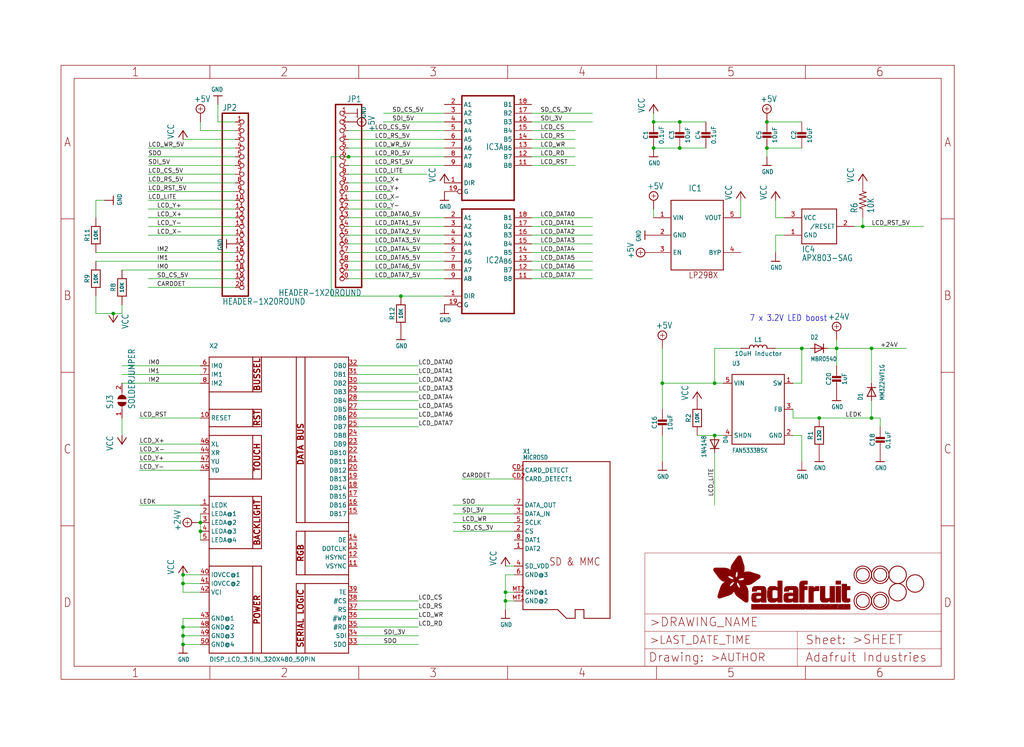
<source format=kicad_sch>
(kicad_sch (version 20211123) (generator eeschema)
  (paper "User" 298.45 217.881)
  (lib_symbols
    (symbol "eagleSchem-eagle-import:+24V" (power)
      (property "Value" "+24V" (at -2.54 3.175 0))
      (symbol "+24V_1_0"
        (pin power_in line (at 0 -2.54 90) (length 2.54) (name "+24V") (number "1"))
      )
    )
    (symbol "eagleSchem-eagle-import:+5V" (power)
      (property "Value" "+5V" (at -1.905 3.175 0))
      (symbol "+5V_1_0"
        (pin power_in line (at 0 -2.54 90) (length 2.54) (name "+5V") (number "1"))
      )
    )
    (symbol "eagleSchem-eagle-import:74245DW"
      (property "Reference" "IC" (at -0.635 -0.635 0))
      (symbol "74245DW_1_0"
        (pin input line (at -12.7 -10.16 0) (length 5.08) (name "DIR") (number "1"))
        (pin bidirectional line (at 12.7 -5.08 180) (length 5.08) (name "B8") (number "11"))
        (pin bidirectional line (at 12.7 -2.54 180) (length 5.08) (name "B7") (number "12"))
        (pin bidirectional line (at 12.7 0 180) (length 5.08) (name "B6") (number "13"))
        (pin bidirectional line (at 12.7 2.54 180) (length 5.08) (name "B5") (number "14"))
        (pin bidirectional line (at 12.7 5.08 180) (length 5.08) (name "B4") (number "15"))
        (pin bidirectional line (at 12.7 7.62 180) (length 5.08) (name "B3") (number "16"))
        (pin bidirectional line (at 12.7 10.16 180) (length 5.08) (name "B2") (number "17"))
        (pin bidirectional line (at 12.7 12.7 180) (length 5.08) (name "B1") (number "18"))
        (pin input inverted (at -12.7 -12.7 0) (length 5.08) (name "G") (number "19"))
        (pin bidirectional line (at -12.7 12.7 0) (length 5.08) (name "A1") (number "2"))
        (pin bidirectional line (at -12.7 10.16 0) (length 5.08) (name "A2") (number "3"))
        (pin bidirectional line (at -12.7 7.62 0) (length 5.08) (name "A3") (number "4"))
        (pin bidirectional line (at -12.7 5.08 0) (length 5.08) (name "A4") (number "5"))
        (pin bidirectional line (at -12.7 2.54 0) (length 5.08) (name "A5") (number "6"))
        (pin bidirectional line (at -12.7 0 0) (length 5.08) (name "A6") (number "7"))
        (pin bidirectional line (at -12.7 -2.54 0) (length 5.08) (name "A7") (number "8"))
        (pin bidirectional line (at -12.7 -5.08 0) (length 5.08) (name "A8") (number "9"))
      )
      (symbol "74245DW_2_0"
        (text "GND" (at 1.905 -5.842 900) (effects (font (size 1.27 1.0795)) (justify left bottom)))
        (text "VCC" (at 1.905 2.54 900) (effects (font (size 1.27 1.0795)) (justify left bottom)))
        (pin power_in line (at 0 -7.62 90) (length 5.08) (name "GND") (number "10"))
        (pin power_in line (at 0 7.62 270) (length 5.08) (name "VCC") (number "20"))
      )
    )
    (symbol "eagleSchem-eagle-import:AXP083-SAG"
      (property "Reference" "IC" (at -5.08 -7.62 0))
      (property "Value" "AXP083-SAG" (at -5.08 -10.16 0))
      (symbol "AXP083-SAG_1_0"
        (pin power_in line (at -10.16 -2.54 0) (length 5.08) (name "GND") (number "1"))
        (pin output line (at 10.16 0 180) (length 5.08) (name "/RESET") (number "2"))
        (pin power_in line (at -10.16 2.54 0) (length 5.08) (name "VCC") (number "3"))
      )
    )
    (symbol "eagleSchem-eagle-import:CAP_CERAMIC0805-NOOUTLINE"
      (property "Reference" "C" (at -2.29 1.25 90))
      (property "Value" "CAP_CERAMIC0805-NOOUTLINE" (at 2.3 1.25 90))
      (symbol "CAP_CERAMIC0805-NOOUTLINE_1_0"
        (pin passive line (at 0 5.08 270) (length 2.54) (name "1") (number "1"))
        (pin passive line (at 0 -2.54 90) (length 2.54) (name "2") (number "2"))
      )
    )
    (symbol "eagleSchem-eagle-import:CAP_CERAMIC_0805MP"
      (property "Reference" "C" (at -2.29 1.25 90))
      (property "Value" "CAP_CERAMIC_0805MP" (at 2.3 1.25 90))
      (symbol "CAP_CERAMIC_0805MP_1_0"
        (pin passive line (at 0 5.08 270) (length 2.54) (name "1") (number "1"))
        (pin passive line (at 0 -2.54 90) (length 2.54) (name "2") (number "2"))
      )
    )
    (symbol "eagleSchem-eagle-import:DIODESMA"
      (property "Reference" "D" (at -2.54 2.54 0))
      (property "Value" "DIODESMA" (at -2.54 -3.81 0))
      (symbol "DIODESMA_1_0"
        (pin passive line (at -2.54 0 0) (length 2.54) (name "A") (number "A"))
        (pin passive line (at 2.54 0 180) (length 2.54) (name "C") (number "C"))
      )
    )
    (symbol "eagleSchem-eagle-import:DIODESOD-123"
      (property "Reference" "D" (at -2.54 2.54 0))
      (property "Value" "DIODESOD-123" (at -2.54 -3.81 0))
      (symbol "DIODESOD-123_1_0"
        (pin passive line (at -2.54 0 0) (length 2.54) (name "A") (number "A"))
        (pin passive line (at 2.54 0 180) (length 2.54) (name "C") (number "C"))
      )
    )
    (symbol "eagleSchem-eagle-import:DIODESOD-323F"
      (property "Reference" "D" (at -2.54 2.54 0))
      (property "Value" "DIODESOD-323F" (at -2.54 -3.81 0))
      (symbol "DIODESOD-323F_1_0"
        (pin passive line (at -2.54 0 0) (length 2.54) (name "A") (number "A"))
        (pin passive line (at 2.54 0 180) (length 2.54) (name "C") (number "C"))
      )
    )
    (symbol "eagleSchem-eagle-import:DISP_LCD_3.5IN_320X480_50PIN"
      (property "Reference" "X" (at -20.32 43.18 0))
      (property "Value" "DISP_LCD_3.5IN_320X480_50PIN" (at -20.32 -48.26 0))
      (symbol "DISP_LCD_3.5IN_320X480_50PIN_1_0"
        (text "BACKLIGHT" (at -6.35 -7.62 900) (effects (font (size 1.6764 1.6764) (thickness 0.3353) bold)))
        (text "BUSSEL" (at -6.35 35.56 900) (effects (font (size 1.6764 1.6764) (thickness 0.3353) bold)))
        (text "DATA BUS" (at 6.35 15.24 900) (effects (font (size 1.6764 1.6764) (thickness 0.3353) bold)))
        (text "POWER" (at -6.35 -33.02 900) (effects (font (size 1.6764 1.6764) (thickness 0.3353) bold)))
        (text "RGB" (at 6.35 -16.51 900) (effects (font (size 1.6764 1.6764) (thickness 0.3353) bold)))
        (text "RST" (at -6.35 22.86 900) (effects (font (size 1.6764 1.6764) (thickness 0.3353) bold)))
        (text "SERIAL LOGIC" (at 6.35 -35.56 900) (effects (font (size 1.6764 1.6764) (thickness 0.3353) bold)))
        (text "TOUCH" (at -6.35 11.43 900) (effects (font (size 1.6764 1.6764) (thickness 0.3353) bold)))
        (pin bidirectional line (at -22.86 -2.54 0) (length 2.54) (name "LEDK") (number "1"))
        (pin bidirectional line (at -22.86 22.86 0) (length 2.54) (name "RESET") (number "10"))
        (pin bidirectional line (at 22.86 -20.32 180) (length 2.54) (name "VSYNC") (number "11"))
        (pin bidirectional line (at 22.86 -17.78 180) (length 2.54) (name "HSYNC") (number "12"))
        (pin bidirectional line (at 22.86 -15.24 180) (length 2.54) (name "DOTCLK") (number "13"))
        (pin bidirectional line (at 22.86 -12.7 180) (length 2.54) (name "DE") (number "14"))
        (pin bidirectional line (at 22.86 -5.08 180) (length 2.54) (name "DB17") (number "15"))
        (pin bidirectional line (at 22.86 -2.54 180) (length 2.54) (name "DB16") (number "16"))
        (pin bidirectional line (at 22.86 0 180) (length 2.54) (name "DB15") (number "17"))
        (pin bidirectional line (at 22.86 2.54 180) (length 2.54) (name "DB14") (number "18"))
        (pin bidirectional line (at 22.86 5.08 180) (length 2.54) (name "DB13") (number "19"))
        (pin bidirectional line (at -22.86 -5.08 0) (length 2.54) (name "LEDA@1") (number "2"))
        (pin bidirectional line (at 22.86 7.62 180) (length 2.54) (name "DB12") (number "20"))
        (pin bidirectional line (at 22.86 10.16 180) (length 2.54) (name "DB11") (number "21"))
        (pin bidirectional line (at 22.86 12.7 180) (length 2.54) (name "DB10") (number "22"))
        (pin bidirectional line (at 22.86 15.24 180) (length 2.54) (name "DB9") (number "23"))
        (pin bidirectional line (at 22.86 17.78 180) (length 2.54) (name "DB8") (number "24"))
        (pin bidirectional line (at 22.86 20.32 180) (length 2.54) (name "DB7") (number "25"))
        (pin bidirectional line (at 22.86 22.86 180) (length 2.54) (name "DB6") (number "26"))
        (pin bidirectional line (at 22.86 25.4 180) (length 2.54) (name "DB5") (number "27"))
        (pin bidirectional line (at 22.86 27.94 180) (length 2.54) (name "DB4") (number "28"))
        (pin bidirectional line (at 22.86 30.48 180) (length 2.54) (name "DB3") (number "29"))
        (pin bidirectional line (at -22.86 -7.62 0) (length 2.54) (name "LEDA@2") (number "3"))
        (pin bidirectional line (at 22.86 33.02 180) (length 2.54) (name "DB2") (number "30"))
        (pin bidirectional line (at 22.86 35.56 180) (length 2.54) (name "DB1") (number "31"))
        (pin bidirectional line (at 22.86 38.1 180) (length 2.54) (name "DB0") (number "32"))
        (pin bidirectional line (at 22.86 -43.18 180) (length 2.54) (name "SDO") (number "33"))
        (pin bidirectional line (at 22.86 -40.64 180) (length 2.54) (name "SDI") (number "34"))
        (pin bidirectional line (at 22.86 -38.1 180) (length 2.54) (name "#RD") (number "35"))
        (pin bidirectional line (at 22.86 -35.56 180) (length 2.54) (name "#WR") (number "36"))
        (pin bidirectional line (at 22.86 -33.02 180) (length 2.54) (name "RS") (number "37"))
        (pin bidirectional line (at 22.86 -30.48 180) (length 2.54) (name "#CS") (number "38"))
        (pin bidirectional line (at 22.86 -27.94 180) (length 2.54) (name "TE") (number "39"))
        (pin bidirectional line (at -22.86 -10.16 0) (length 2.54) (name "LEDA@3") (number "4"))
        (pin bidirectional line (at -22.86 -22.86 0) (length 2.54) (name "IOVCC@1") (number "40"))
        (pin bidirectional line (at -22.86 -25.4 0) (length 2.54) (name "IOVCC@2") (number "41"))
        (pin bidirectional line (at -22.86 -27.94 0) (length 2.54) (name "VCI") (number "42"))
        (pin bidirectional line (at -22.86 -35.56 0) (length 2.54) (name "GND@1") (number "43"))
        (pin bidirectional line (at -22.86 12.7 0) (length 2.54) (name "XR") (number "44"))
        (pin bidirectional line (at -22.86 7.62 0) (length 2.54) (name "YD") (number "45"))
        (pin bidirectional line (at -22.86 15.24 0) (length 2.54) (name "XL") (number "46"))
        (pin bidirectional line (at -22.86 10.16 0) (length 2.54) (name "YU") (number "47"))
        (pin bidirectional line (at -22.86 -38.1 0) (length 2.54) (name "GND@2") (number "48"))
        (pin bidirectional line (at -22.86 -40.64 0) (length 2.54) (name "GND@3") (number "49"))
        (pin bidirectional line (at -22.86 -12.7 0) (length 2.54) (name "LEDA@4") (number "5"))
        (pin bidirectional line (at -22.86 -43.18 0) (length 2.54) (name "GND@4") (number "50"))
        (pin bidirectional line (at -22.86 38.1 0) (length 2.54) (name "IM0") (number "6"))
        (pin bidirectional line (at -22.86 35.56 0) (length 2.54) (name "IM1") (number "7"))
        (pin bidirectional line (at -22.86 33.02 0) (length 2.54) (name "IM2") (number "8"))
      )
    )
    (symbol "eagleSchem-eagle-import:FAN5331"
      (property "Reference" "U" (at -7.62 12.7 0))
      (property "Value" "FAN5331" (at -7.62 -12.7 0))
      (symbol "FAN5331_1_0"
        (pin bidirectional line (at 10.16 7.62 180) (length 2.54) (name "SW") (number "1"))
        (pin bidirectional line (at 10.16 -7.62 180) (length 2.54) (name "GND") (number "2"))
        (pin bidirectional line (at 10.16 0 180) (length 2.54) (name "FB") (number "3"))
        (pin bidirectional line (at -10.16 -7.62 0) (length 2.54) (name "SHDN") (number "4"))
        (pin bidirectional line (at -10.16 7.62 0) (length 2.54) (name "VIN") (number "5"))
      )
    )
    (symbol "eagleSchem-eagle-import:FIDUCIAL")
    (symbol "eagleSchem-eagle-import:FRAME_A4_ADAFRUIT"
      (symbol "FRAME_A4_ADAFRUIT_0_0"
        (text "1" (at 21.6958 1.905 0) (effects (font (size 2.54 2.286))))
        (text "1" (at 21.6958 177.165 0) (effects (font (size 2.54 2.286))))
        (text "2" (at 65.0875 1.905 0) (effects (font (size 2.54 2.286))))
        (text "2" (at 65.0875 177.165 0) (effects (font (size 2.54 2.286))))
        (text "3" (at 108.4792 1.905 0) (effects (font (size 2.54 2.286))))
        (text "3" (at 108.4792 177.165 0) (effects (font (size 2.54 2.286))))
        (text "4" (at 151.8708 1.905 0) (effects (font (size 2.54 2.286))))
        (text "4" (at 151.8708 177.165 0) (effects (font (size 2.54 2.286))))
        (text "5" (at 195.2625 1.905 0) (effects (font (size 2.54 2.286))))
        (text "5" (at 195.2625 177.165 0) (effects (font (size 2.54 2.286))))
        (text "6" (at 238.6542 1.905 0) (effects (font (size 2.54 2.286))))
        (text "6" (at 238.6542 177.165 0) (effects (font (size 2.54 2.286))))
        (text "A" (at 1.905 156.6863 0) (effects (font (size 2.54 2.286))))
        (text "A" (at 258.445 156.6863 0) (effects (font (size 2.54 2.286))))
        (text "B" (at 1.905 111.9188 0) (effects (font (size 2.54 2.286))))
        (text "B" (at 258.445 111.9188 0) (effects (font (size 2.54 2.286))))
        (text "C" (at 1.905 67.1513 0) (effects (font (size 2.54 2.286))))
        (text "C" (at 258.445 67.1513 0) (effects (font (size 2.54 2.286))))
        (text "D" (at 1.905 22.3838 0) (effects (font (size 2.54 2.286))))
        (text "D" (at 258.445 22.3838 0) (effects (font (size 2.54 2.286))))
      )
      (symbol "FRAME_A4_ADAFRUIT_1_0"
        (text ">AUTHOR" (at 189.23 5.08 0) (effects (font (size 2.286 2.286)) (justify left bottom)))
        (text ">DRAWING_NAME" (at 171.45 15.24 0) (effects (font (size 2.54 2.54)) (justify left bottom)))
        (text ">LAST_DATE_TIME" (at 171.45 10.16 0) (effects (font (size 2.286 2.286)) (justify left bottom)))
        (text ">SHEET" (at 230.505 10.16 0) (effects (font (size 2.54 2.54)) (justify left bottom)))
        (text "Adafruit Industries" (at 216.916 4.953 0) (effects (font (size 2.54 2.54)) (justify left bottom)))
        (text "Drawing:" (at 171.196 4.953 0) (effects (font (size 2.54 2.54)) (justify left bottom)))
        (text "Sheet:" (at 216.916 10.033 0) (effects (font (size 2.54 2.54)) (justify left bottom)))
      )
    )
    (symbol "eagleSchem-eagle-import:GND" (power)
      (property "Value" "GND" (at -1.524 -2.54 0))
      (symbol "GND_1_0"
        (pin power_in line (at 0 2.54 270) (length 2.54) (name "GND") (number "1"))
      )
    )
    (symbol "eagleSchem-eagle-import:HEADER-1X20ROUND"
      (property "Reference" "JP" (at -6.35 26.035 0))
      (property "Value" "HEADER-1X20ROUND" (at -6.35 -30.48 0))
      (symbol "HEADER-1X20ROUND_1_0"
        (pin passive inverted (at -2.54 22.86 0) (length 2.54) (name "1") (number "1"))
        (pin passive inverted (at -2.54 0 0) (length 2.54) (name "10") (number "10"))
        (pin passive inverted (at -2.54 -2.54 0) (length 2.54) (name "11") (number "11"))
        (pin passive inverted (at -2.54 -5.08 0) (length 2.54) (name "12") (number "12"))
        (pin passive inverted (at -2.54 -7.62 0) (length 2.54) (name "13") (number "13"))
        (pin passive inverted (at -2.54 -10.16 0) (length 2.54) (name "14") (number "14"))
        (pin passive inverted (at -2.54 -12.7 0) (length 2.54) (name "15") (number "15"))
        (pin passive inverted (at -2.54 -15.24 0) (length 2.54) (name "16") (number "16"))
        (pin passive inverted (at -2.54 -17.78 0) (length 2.54) (name "17") (number "17"))
        (pin passive inverted (at -2.54 -20.32 0) (length 2.54) (name "18") (number "18"))
        (pin passive inverted (at -2.54 -22.86 0) (length 2.54) (name "19") (number "19"))
        (pin passive inverted (at -2.54 20.32 0) (length 2.54) (name "2") (number "2"))
        (pin passive inverted (at -2.54 -25.4 0) (length 2.54) (name "20") (number "20"))
        (pin passive inverted (at -2.54 17.78 0) (length 2.54) (name "3") (number "3"))
        (pin passive inverted (at -2.54 15.24 0) (length 2.54) (name "4") (number "4"))
        (pin passive inverted (at -2.54 12.7 0) (length 2.54) (name "5") (number "5"))
        (pin passive inverted (at -2.54 10.16 0) (length 2.54) (name "6") (number "6"))
        (pin passive inverted (at -2.54 7.62 0) (length 2.54) (name "7") (number "7"))
        (pin passive inverted (at -2.54 5.08 0) (length 2.54) (name "8") (number "8"))
        (pin passive inverted (at -2.54 2.54 0) (length 2.54) (name "9") (number "9"))
      )
    )
    (symbol "eagleSchem-eagle-import:INDUCTORNR5040"
      (property "Reference" "L" (at 0 2.54 0))
      (property "Value" "INDUCTORNR5040" (at 0 -1.54 0))
      (symbol "INDUCTORNR5040_1_0"
        (pin passive line (at -5.08 0 0) (length 2.54) (name "1") (number "P$1"))
        (pin passive line (at 5.08 0 180) (length 2.54) (name "2") (number "P$2"))
      )
    )
    (symbol "eagleSchem-eagle-import:LP298XS"
      (property "Reference" "IC" (at -12.7 -5.08 90))
      (symbol "LP298XS_1_0"
        (text "LP298X" (at 12.7 -5.08 900) (effects (font (size 1.778 1.5113)) (justify left bottom)))
        (pin bidirectional line (at -5.08 -15.24 90) (length 5.08) (name "VIN") (number "1"))
        (pin bidirectional line (at 0 -15.24 90) (length 5.08) (name "GND") (number "2"))
        (pin bidirectional line (at 5.08 -15.24 90) (length 5.08) (name "EN") (number "3"))
        (pin bidirectional line (at 5.08 10.16 270) (length 5.08) (name "BYP") (number "4"))
        (pin bidirectional line (at -5.08 10.16 270) (length 5.08) (name "VOUT") (number "5"))
      )
    )
    (symbol "eagleSchem-eagle-import:MICROSD"
      (property "Reference" "X" (at -12.7 22.606 0))
      (property "Value" "MICROSD" (at -12.7 20.828 0))
      (symbol "MICROSD_1_0"
        (text "SD & MMC" (at -5.08 -10.16 0) (effects (font (size 2.1844 1.8567)) (justify left bottom)))
        (pin bidirectional line (at -15.24 -5.08 0) (length 2.54) (name "DAT2") (number "1"))
        (pin input line (at -15.24 0 0) (length 2.54) (name "CS") (number "2"))
        (pin input line (at -15.24 5.08 0) (length 2.54) (name "DATA_IN") (number "3"))
        (pin power_in line (at -15.24 -10.16 0) (length 2.54) (name "SD_VDD") (number "4"))
        (pin input line (at -15.24 2.54 0) (length 2.54) (name "SCLK") (number "5"))
        (pin power_in line (at -15.24 -12.7 0) (length 2.54) (name "GND@3") (number "6"))
        (pin output line (at -15.24 7.62 0) (length 2.54) (name "DATA_OUT") (number "7"))
        (pin bidirectional line (at -15.24 -2.54 0) (length 2.54) (name "DAT1") (number "8"))
        (pin passive line (at -15.24 17.78 0) (length 2.54) (name "CARD_DETECT") (number "CD1"))
        (pin passive line (at -15.24 15.24 0) (length 2.54) (name "CARD_DETECT1") (number "CD2"))
        (pin power_in line (at -15.24 -20.32 0) (length 2.54) (name "GND@2") (number "MT1"))
        (pin power_in line (at -15.24 -17.78 0) (length 2.54) (name "GND@1") (number "MT2"))
      )
    )
    (symbol "eagleSchem-eagle-import:MOUNTINGHOLE3.0THIN")
    (symbol "eagleSchem-eagle-import:R-US_R0805"
      (property "Reference" "R" (at -3.81 1.4986 0))
      (property "Value" "R-US_R0805" (at -3.81 -3.302 0))
      (symbol "R-US_R0805_1_0"
        (pin passive line (at -5.08 0 0) (length 2.54) (name "1") (number "1"))
        (pin passive line (at 5.08 0 180) (length 2.54) (name "2") (number "2"))
      )
    )
    (symbol "eagleSchem-eagle-import:RESISTOR0805_NOOUTLINE"
      (property "Reference" "R" (at 0 2.54 0))
      (property "Value" "RESISTOR0805_NOOUTLINE" (at 0 0 0))
      (symbol "RESISTOR0805_NOOUTLINE_1_0"
        (pin passive line (at -5.08 0 0) (length 2.54) (name "1") (number "1"))
        (pin passive line (at 5.08 0 180) (length 2.54) (name "2") (number "2"))
      )
    )
    (symbol "eagleSchem-eagle-import:RESISTOR_0805MP"
      (property "Reference" "R" (at 0 2.54 0))
      (property "Value" "RESISTOR_0805MP" (at 0 0 0))
      (symbol "RESISTOR_0805MP_1_0"
        (pin passive line (at -5.08 0 0) (length 2.54) (name "1") (number "1"))
        (pin passive line (at 5.08 0 180) (length 2.54) (name "2") (number "2"))
      )
    )
    (symbol "eagleSchem-eagle-import:SOLDERJUMPER"
      (property "Reference" "SJ" (at -2.54 2.54 0))
      (property "Value" "SOLDERJUMPER" (at -2.54 -3.81 0))
      (symbol "SOLDERJUMPER_1_0"
        (pin passive line (at -5.08 0 0) (length 2.54) (name "1") (number "1"))
        (pin passive line (at 5.08 0 180) (length 2.54) (name "2") (number "2"))
      )
    )
    (symbol "eagleSchem-eagle-import:VCC" (power)
      (property "Value" "VCC" (at -2.54 -2.54 90))
      (symbol "VCC_1_0"
        (pin power_in line (at 0 -2.54 90) (length 2.54) (name "VCC") (number "1"))
      )
    )
  )
  (junction (at 254 121.92))
  (junction (at 53.34 170.18))
  (junction (at 238.76 121.92))
  (junction (at 53.34 167.64))
  (junction (at 147.32 175.26))
  (junction (at 243.84 101.6))
  (junction (at 58.42 154.94))
  (junction (at 190.5 43.18))
  (junction (at 190.5 35.56))
  (junction (at 53.34 187.96))
  (junction (at 193.04 111.76))
  (junction (at 233.68 101.6))
  (junction (at 198.12 35.56))
  (junction (at 53.34 185.42))
  (junction (at 198.12 43.18))
  (junction (at 251.46 66.04))
  (junction (at 223.52 43.18))
  (junction (at 101.6 45.72))
  (junction (at 254 101.6))
  (junction (at 208.28 127))
  (junction (at 223.52 35.56))
  (junction (at 33.02 91.44))
  (junction (at 53.34 182.88))
  (junction (at 147.32 172.72))
  (junction (at 58.42 152.4))
  (junction (at 116.84 86.36))
  (junction (at 208.28 111.76))
  (wire (pts (xy 147.32 175.26) (xy 147.32 177.8)))
  (wire (pts (xy 147.32 175.26) (xy 147.32 172.72)))
  (wire (pts (xy 27.94 86.36) (xy 27.94 91.44)))
  (wire (pts (xy 68.58 43.18) (xy 43.18 43.18)))
  (wire (pts (xy 129.54 76.2) (xy 101.6 76.2)))
  (wire (pts (xy 35.56 109.22) (xy 58.42 109.22)))
  (wire (pts (xy 256.54 121.92) (xy 256.54 124.46)))
  (wire (pts (xy 193.04 111.76) (xy 193.04 119.38)))
  (wire (pts (xy 210.82 127) (xy 208.28 127)))
  (wire (pts (xy 68.58 60.96) (xy 43.18 60.96)))
  (wire (pts (xy 68.58 48.26) (xy 43.18 48.26)))
  (wire (pts (xy 35.56 91.44) (xy 35.56 88.9)))
  (wire (pts (xy 149.86 149.86) (xy 132.08 149.86)))
  (wire (pts (xy 193.04 111.76) (xy 193.04 101.6)))
  (wire (pts (xy 43.18 81.28) (xy 68.58 81.28)))
  (wire (pts (xy 223.52 35.56) (xy 233.68 35.56)))
  (wire (pts (xy 101.6 45.72) (xy 129.54 45.72)))
  (wire (pts (xy 154.94 35.56) (xy 172.72 35.56)))
  (wire (pts (xy 226.06 101.6) (xy 233.68 101.6)))
  (wire (pts (xy 149.86 139.7) (xy 134.62 139.7)))
  (wire (pts (xy 129.54 86.36) (xy 116.84 86.36)))
  (wire (pts (xy 129.54 73.66) (xy 101.6 73.66)))
  (wire (pts (xy 129.54 68.58) (xy 101.6 68.58)))
  (wire (pts (xy 154.94 43.18) (xy 167.64 43.18)))
  (wire (pts (xy 154.94 48.26) (xy 167.64 48.26)))
  (wire (pts (xy 149.86 175.26) (xy 147.32 175.26)))
  (wire (pts (xy 154.94 33.02) (xy 172.72 33.02)))
  (wire (pts (xy 104.14 109.22) (xy 121.92 109.22)))
  (wire (pts (xy 43.18 50.8) (xy 68.58 50.8)))
  (wire (pts (xy 172.72 78.74) (xy 154.94 78.74)))
  (wire (pts (xy 149.86 165.1) (xy 147.32 165.1)))
  (wire (pts (xy 68.58 35.56) (xy 63.5 35.56)))
  (wire (pts (xy 35.56 127) (xy 35.56 121.92)))
  (wire (pts (xy 104.14 182.88) (xy 121.92 182.88)))
  (wire (pts (xy 241.3 101.6) (xy 243.84 101.6)))
  (wire (pts (xy 68.58 58.42) (xy 43.18 58.42)))
  (wire (pts (xy 58.42 134.62) (xy 40.64 134.62)))
  (wire (pts (xy 68.58 66.04) (xy 43.18 66.04)))
  (wire (pts (xy 101.6 60.96) (xy 114.3 60.96)))
  (wire (pts (xy 58.42 147.32) (xy 40.64 147.32)))
  (wire (pts (xy 104.14 121.92) (xy 121.92 121.92)))
  (wire (pts (xy 231.14 119.38) (xy 231.14 121.92)))
  (wire (pts (xy 58.42 129.54) (xy 40.64 129.54)))
  (wire (pts (xy 215.9 58.42) (xy 215.9 63.5)))
  (wire (pts (xy 40.64 121.92) (xy 58.42 121.92)))
  (wire (pts (xy 101.6 50.8) (xy 124.46 50.8)))
  (wire (pts (xy 231.14 127) (xy 233.68 127)))
  (wire (pts (xy 101.6 45.72) (xy 96.52 45.72)))
  (wire (pts (xy 104.14 111.76) (xy 121.92 111.76)))
  (wire (pts (xy 129.54 66.04) (xy 101.6 66.04)))
  (wire (pts (xy 96.52 86.36) (xy 96.52 45.72)))
  (wire (pts (xy 233.68 111.76) (xy 231.14 111.76)))
  (wire (pts (xy 248.92 66.04) (xy 251.46 66.04)))
  (wire (pts (xy 233.68 101.6) (xy 233.68 111.76)))
  (wire (pts (xy 111.76 33.02) (xy 129.54 33.02)))
  (wire (pts (xy 101.6 58.42) (xy 114.3 58.42)))
  (wire (pts (xy 147.32 167.64) (xy 147.32 172.72)))
  (wire (pts (xy 190.5 43.18) (xy 198.12 43.18)))
  (wire (pts (xy 43.18 55.88) (xy 68.58 55.88)))
  (wire (pts (xy 154.94 45.72) (xy 167.64 45.72)))
  (wire (pts (xy 147.32 172.72) (xy 149.86 172.72)))
  (wire (pts (xy 172.72 76.2) (xy 154.94 76.2)))
  (wire (pts (xy 129.54 78.74) (xy 101.6 78.74)))
  (wire (pts (xy 251.46 66.04) (xy 269.24 66.04)))
  (wire (pts (xy 129.54 71.12) (xy 101.6 71.12)))
  (wire (pts (xy 251.46 63.5) (xy 251.46 66.04)))
  (wire (pts (xy 172.72 73.66) (xy 154.94 73.66)))
  (wire (pts (xy 104.14 114.3) (xy 121.92 114.3)))
  (wire (pts (xy 254 121.92) (xy 256.54 121.92)))
  (wire (pts (xy 101.6 48.26) (xy 129.54 48.26)))
  (wire (pts (xy 58.42 38.1) (xy 58.42 35.56)))
  (wire (pts (xy 68.58 53.34) (xy 43.18 53.34)))
  (wire (pts (xy 68.58 83.82) (xy 43.18 83.82)))
  (wire (pts (xy 104.14 116.84) (xy 121.92 116.84)))
  (wire (pts (xy 208.28 101.6) (xy 215.9 101.6)))
  (wire (pts (xy 104.14 175.26) (xy 121.92 175.26)))
  (wire (pts (xy 208.28 111.76) (xy 193.04 111.76)))
  (wire (pts (xy 154.94 38.1) (xy 167.64 38.1)))
  (wire (pts (xy 233.68 127) (xy 233.68 134.62)))
  (wire (pts (xy 198.12 35.56) (xy 190.5 35.56)))
  (wire (pts (xy 53.34 40.64) (xy 68.58 40.64)))
  (wire (pts (xy 58.42 132.08) (xy 40.64 132.08)))
  (wire (pts (xy 101.6 55.88) (xy 114.3 55.88)))
  (wire (pts (xy 223.52 45.72) (xy 223.52 43.18)))
  (wire (pts (xy 205.74 43.18) (xy 198.12 43.18)))
  (wire (pts (xy 132.08 147.32) (xy 149.86 147.32)))
  (wire (pts (xy 172.72 71.12) (xy 154.94 71.12)))
  (wire (pts (xy 27.94 91.44) (xy 33.02 91.44)))
  (wire (pts (xy 53.34 170.18) (xy 58.42 170.18)))
  (wire (pts (xy 172.72 66.04) (xy 154.94 66.04)))
  (wire (pts (xy 27.94 58.42) (xy 27.94 63.5)))
  (wire (pts (xy 233.68 101.6) (xy 236.22 101.6)))
  (wire (pts (xy 172.72 63.5) (xy 154.94 63.5)))
  (wire (pts (xy 226.06 73.66) (xy 226.06 68.58)))
  (wire (pts (xy 129.54 63.5) (xy 101.6 63.5)))
  (wire (pts (xy 104.14 119.38) (xy 121.92 119.38)))
  (wire (pts (xy 30.48 58.42) (xy 27.94 58.42)))
  (wire (pts (xy 193.04 127) (xy 193.04 134.62)))
  (wire (pts (xy 104.14 177.8) (xy 121.92 177.8)))
  (wire (pts (xy 58.42 149.86) (xy 58.42 152.4)))
  (wire (pts (xy 58.42 182.88) (xy 53.34 182.88)))
  (wire (pts (xy 210.82 111.76) (xy 208.28 111.76)))
  (wire (pts (xy 231.14 121.92) (xy 238.76 121.92)))
  (wire (pts (xy 53.34 180.34) (xy 53.34 182.88)))
  (wire (pts (xy 104.14 124.46) (xy 121.92 124.46)))
  (wire (pts (xy 254 111.76) (xy 254 101.6)))
  (wire (pts (xy 226.06 68.58) (xy 228.6 68.58)))
  (wire (pts (xy 33.02 91.44) (xy 35.56 91.44)))
  (wire (pts (xy 53.34 182.88) (xy 53.34 185.42)))
  (wire (pts (xy 58.42 152.4) (xy 58.42 154.94)))
  (wire (pts (xy 208.28 127) (xy 203.2 127)))
  (wire (pts (xy 63.5 35.56) (xy 63.5 30.48)))
  (wire (pts (xy 190.5 60.96) (xy 190.5 63.5)))
  (wire (pts (xy 101.6 38.1) (xy 129.54 38.1)))
  (wire (pts (xy 226.06 63.5) (xy 226.06 58.42)))
  (wire (pts (xy 243.84 99.06) (xy 243.84 101.6)))
  (wire (pts (xy 53.34 172.72) (xy 53.34 170.18)))
  (wire (pts (xy 190.5 33.02) (xy 190.5 35.56)))
  (wire (pts (xy 116.84 86.36) (xy 96.52 86.36)))
  (wire (pts (xy 27.94 76.2) (xy 68.58 76.2)))
  (wire (pts (xy 53.34 185.42) (xy 58.42 185.42)))
  (wire (pts (xy 53.34 185.42) (xy 53.34 187.96)))
  (wire (pts (xy 68.58 78.74) (xy 35.56 78.74)))
  (wire (pts (xy 58.42 172.72) (xy 53.34 172.72)))
  (wire (pts (xy 228.6 63.5) (xy 226.06 63.5)))
  (wire (pts (xy 68.58 63.5) (xy 43.18 63.5)))
  (wire (pts (xy 172.72 81.28) (xy 154.94 81.28)))
  (wire (pts (xy 243.84 101.6) (xy 254 101.6)))
  (wire (pts (xy 254 116.84) (xy 254 121.92)))
  (wire (pts (xy 149.86 152.4) (xy 132.08 152.4)))
  (wire (pts (xy 208.28 111.76) (xy 208.28 101.6)))
  (wire (pts (xy 104.14 180.34) (xy 121.92 180.34)))
  (wire (pts (xy 132.08 154.94) (xy 149.86 154.94)))
  (wire (pts (xy 129.54 35.56) (xy 111.76 35.56)))
  (wire (pts (xy 129.54 81.28) (xy 101.6 81.28)))
  (wire (pts (xy 53.34 167.64) (xy 53.34 170.18)))
  (wire (pts (xy 254 101.6) (xy 264.16 101.6)))
  (wire (pts (xy 223.52 43.18) (xy 233.68 43.18)))
  (wire (pts (xy 58.42 137.16) (xy 40.64 137.16)))
  (wire (pts (xy 154.94 40.64) (xy 167.64 40.64)))
  (wire (pts (xy 27.94 73.66) (xy 68.58 73.66)))
  (wire (pts (xy 43.18 45.72) (xy 68.58 45.72)))
  (wire (pts (xy 53.34 187.96) (xy 58.42 187.96)))
  (wire (pts (xy 172.72 68.58) (xy 154.94 68.58)))
  (wire (pts (xy 58.42 106.68) (xy 35.56 106.68)))
  (wire (pts (xy 243.84 106.68) (xy 243.84 101.6)))
  (wire (pts (xy 198.12 35.56) (xy 205.74 35.56)))
  (wire (pts (xy 58.42 167.64) (xy 53.34 167.64)))
  (wire (pts (xy 149.86 167.64) (xy 147.32 167.64)))
  (wire (pts (xy 101.6 53.34) (xy 114.3 53.34)))
  (wire (pts (xy 58.42 180.34) (xy 53.34 180.34)))
  (wire (pts (xy 58.42 154.94) (xy 58.42 157.48)))
  (wire (pts (xy 104.14 106.68) (xy 121.92 106.68)))
  (wire (pts (xy 104.14 185.42) (xy 121.92 185.42)))
  (wire (pts (xy 101.6 43.18) (xy 129.54 43.18)))
  (wire (pts (xy 68.58 38.1) (xy 58.42 38.1)))
  (wire (pts (xy 238.76 121.92) (xy 254 121.92)))
  (wire (pts (xy 104.14 187.96) (xy 121.92 187.96)))
  (wire (pts (xy 208.28 132.08) (xy 208.28 147.32)))
  (wire (pts (xy 58.42 111.76) (xy 35.56 111.76)))
  (wire (pts (xy 68.58 68.58) (xy 43.18 68.58)))
  (wire (pts (xy 101.6 40.64) (xy 129.54 40.64)))
  (text "7 x 3.2V LED boost" (at 218.44 93.98 180) (effects (font (size 1.778 1.5113)) (justify left bottom)))
  (label "LCD_X+" (at 45.72 63.5 0) (effects (font (size 1.2446 1.2446))))
  (label "LCD_DATA6_5V" (at 109.22 78.74 0) (effects (font (size 1.2446 1.2446))))
  (label "IM2" (at 45.72 73.66 0) (effects (font (size 1.2446 1.2446))))
  (label "LCD_WR" (at 134.62 152.4 0) (effects (font (size 1.2446 1.2446))))
  (label "LCD_X-" (at 109.22 58.42 0) (effects (font (size 1.2446 1.2446))))
  (label "LCD_RS" (at 157.48 40.64 0) (effects (font (size 1.2446 1.2446))))
  (label "CARDDET" (at 134.62 139.7 0) (effects (font (size 1.2446 1.2446))))
  (label "IM1" (at 45.72 76.2 0) (effects (font (size 1.2446 1.2446))))
  (label "LCD_Y+" (at 109.22 55.88 0) (effects (font (size 1.2446 1.2446))))
  (label "LCD_DATA3" (at 157.48 71.12 0) (effects (font (size 1.2446 1.2446))))
  (label "LCD_Y+" (at 45.72 60.96 0) (effects (font (size 1.2446 1.2446))))
  (label "SDO" (at 134.62 147.32 0) (effects (font (size 1.2446 1.2446))))
  (label "LCD_DATA4" (at 121.92 116.84 0) (effects (font (size 1.2446 1.2446))))
  (label "SDO" (at 43.18 45.72 0) (effects (font (size 1.2446 1.2446))))
  (label "IM0" (at 43.18 106.68 0) (effects (font (size 1.2446 1.2446))))
  (label "LCD_Y-" (at 45.72 66.04 0) (effects (font (size 1.2446 1.2446))))
  (label "LCD_RD_5V" (at 109.22 45.72 0) (effects (font (size 1.2446 1.2446))))
  (label "LCD_WR" (at 157.48 43.18 0) (effects (font (size 1.2446 1.2446))))
  (label "LCD_DATA1" (at 157.48 66.04 0) (effects (font (size 1.2446 1.2446))))
  (label "LCD_LITE" (at 208.28 144.78 90) (effects (font (size 1.2446 1.2446))))
  (label "LCD_DATA0" (at 121.92 106.68 0) (effects (font (size 1.2446 1.2446))))
  (label "LCD_RST_5V" (at 254 66.04 0) (effects (font (size 1.2446 1.2446))))
  (label "SD_CS_3V" (at 157.48 33.02 0) (effects (font (size 1.2446 1.2446))))
  (label "IM0" (at 45.72 78.74 0) (effects (font (size 1.2446 1.2446))))
  (label "LCD_DATA4_5V" (at 109.22 73.66 0) (effects (font (size 1.2446 1.2446))))
  (label "LCD_RST" (at 157.48 48.26 0) (effects (font (size 1.2446 1.2446))))
  (label "LCD_DATA2" (at 121.92 111.76 0) (effects (font (size 1.2446 1.2446))))
  (label "LCD_DATA3_5V" (at 109.22 71.12 0) (effects (font (size 1.2446 1.2446))))
  (label "LCD_DATA2" (at 157.48 68.58 0) (effects (font (size 1.2446 1.2446))))
  (label "SDI_3V" (at 111.76 185.42 0) (effects (font (size 1.2446 1.2446))))
  (label "SDO" (at 111.76 187.96 0) (effects (font (size 1.2446 1.2446))))
  (label "LCD_DATA0_5V" (at 109.22 63.5 0) (effects (font (size 1.2446 1.2446))))
  (label "LCD_RS_5V" (at 109.22 40.64 0) (effects (font (size 1.2446 1.2446))))
  (label "LCD_RS_5V" (at 43.18 53.34 0) (effects (font (size 1.2446 1.2446))))
  (label "LCD_Y+" (at 40.64 134.62 0) (effects (font (size 1.2446 1.2446))))
  (label "LCD_CS_5V" (at 109.22 38.1 0) (effects (font (size 1.2446 1.2446))))
  (label "LCD_X-" (at 45.72 68.58 0) (effects (font (size 1.2446 1.2446))))
  (label "SDI_5V" (at 114.3 35.56 0) (effects (font (size 1.2446 1.2446))))
  (label "LCD_DATA7_5V" (at 109.22 81.28 0) (effects (font (size 1.2446 1.2446))))
  (label "LCD_LITE" (at 109.22 50.8 0) (effects (font (size 1.2446 1.2446))))
  (label "+24V" (at 256.54 101.6 0) (effects (font (size 1.2446 1.2446))))
  (label "LCD_RS" (at 121.92 177.8 0) (effects (font (size 1.2446 1.2446))))
  (label "LCD_DATA5" (at 157.48 76.2 0) (effects (font (size 1.2446 1.2446))))
  (label "LCD_RST_5V" (at 109.22 48.26 0) (effects (font (size 1.2446 1.2446))))
  (label "SDI_5V" (at 43.18 48.26 0) (effects (font (size 1.2446 1.2446))))
  (label "LCD_RD" (at 157.48 45.72 0) (effects (font (size 1.2446 1.2446))))
  (label "LCD_CS" (at 157.48 38.1 0) (effects (font (size 1.2446 1.2446))))
  (label "LEDK" (at 246.38 121.92 0) (effects (font (size 1.2446 1.2446))))
  (label "LCD_DATA7" (at 157.48 81.28 0) (effects (font (size 1.2446 1.2446))))
  (label "LCD_WR" (at 121.92 180.34 0) (effects (font (size 1.2446 1.2446))))
  (label "LCD_RST" (at 40.64 121.92 0) (effects (font (size 1.2446 1.2446))))
  (label "LCD_RST_5V" (at 43.18 55.88 0) (effects (font (size 1.2446 1.2446))))
  (label "SD_CS_5V" (at 45.72 81.28 0) (effects (font (size 1.2446 1.2446))))
  (label "CARDDET" (at 45.72 83.82 0) (effects (font (size 1.2446 1.2446))))
  (label "IM1" (at 43.18 109.22 0) (effects (font (size 1.2446 1.2446))))
  (label "LCD_X+" (at 109.22 53.34 0) (effects (font (size 1.2446 1.2446))))
  (label "LCD_DATA5" (at 121.92 119.38 0) (effects (font (size 1.2446 1.2446))))
  (label "SDI_3V" (at 157.48 35.56 0) (effects (font (size 1.2446 1.2446))))
  (label "LCD_X+" (at 40.64 129.54 0) (effects (font (size 1.2446 1.2446))))
  (label "LCD_Y-" (at 109.22 60.96 0) (effects (font (size 1.2446 1.2446))))
  (label "LCD_WR_5V" (at 109.22 43.18 0) (effects (font (size 1.2446 1.2446))))
  (label "LCD_DATA4" (at 157.48 73.66 0) (effects (font (size 1.2446 1.2446))))
  (label "SD_CS_3V" (at 134.62 154.94 0) (effects (font (size 1.2446 1.2446))))
  (label "LEDK" (at 40.64 147.32 0) (effects (font (size 1.2446 1.2446))))
  (label "LCD_LITE" (at 43.18 58.42 0) (effects (font (size 1.2446 1.2446))))
  (label "SDI_3V" (at 134.62 149.86 0) (effects (font (size 1.2446 1.2446))))
  (label "LCD_DATA6" (at 121.92 121.92 0) (effects (font (size 1.2446 1.2446))))
  (label "LCD_DATA5_5V" (at 109.22 76.2 0) (effects (font (size 1.2446 1.2446))))
  (label "LCD_DATA1" (at 121.92 109.22 0) (effects (font (size 1.2446 1.2446))))
  (label "LCD_DATA6" (at 157.48 78.74 0) (effects (font (size 1.2446 1.2446))))
  (label "LCD_DATA3" (at 121.92 114.3 0) (effects (font (size 1.2446 1.2446))))
  (label "LCD_X-" (at 40.64 132.08 0) (effects (font (size 1.2446 1.2446))))
  (label "SD_CS_5V" (at 114.3 33.02 0) (effects (font (size 1.2446 1.2446))))
  (label "LCD_CS" (at 121.92 175.26 0) (effects (font (size 1.2446 1.2446))))
  (label "LCD_RD" (at 121.92 182.88 0) (effects (font (size 1.2446 1.2446))))
  (label "IM2" (at 43.18 111.76 0) (effects (font (size 1.2446 1.2446))))
  (label "LCD_DATA1_5V" (at 109.22 66.04 0) (effects (font (size 1.2446 1.2446))))
  (label "LCD_DATA0" (at 157.48 63.5 0) (effects (font (size 1.2446 1.2446))))
  (label "LCD_WR_5V" (at 43.18 43.18 0) (effects (font (size 1.2446 1.2446))))
  (label "LCD_DATA7" (at 121.92 124.46 0) (effects (font (size 1.2446 1.2446))))
  (label "LCD_CS_5V" (at 43.18 50.8 0) (effects (font (size 1.2446 1.2446))))
  (label "LCD_Y-" (at 40.64 137.16 0) (effects (font (size 1.2446 1.2446))))
  (label "LCD_DATA2_5V" (at 109.22 68.58 0) (effects (font (size 1.2446 1.2446))))
  (symbol (lib_id "eagleSchem-eagle-import:VCC") (at 35.56 129.54 0) (mirror x) (unit 1)
    (property "Reference" "#P+10" (effects hide))
    (property "Value" "VCC" (at 33.02 127 90) (effects (font (size 1.778 1.5113)) (justify left bottom)))
    (property "Footprint" "eagleSchem:" (effects hide))
  )
  (symbol (lib_id "eagleSchem-eagle-import:GND") (at 147.32 180.34 0) (unit 1)
    (property "Reference" "#U$18" (effects hide))
    (property "Value" "GND" (at 145.796 182.88 0) (effects (font (size 1.27 1.0795)) (justify left bottom)))
    (property "Footprint" "eagleSchem:" (effects hide))
  )
  (symbol (lib_id "eagleSchem-eagle-import:VCC") (at 33.02 93.98 180) (unit 1)
    (property "Reference" "#P+12" (effects hide))
    (property "Value" "VCC" (at 35.56 91.44 90) (effects (font (size 1.778 1.5113)) (justify left bottom)))
    (property "Footprint" "eagleSchem:" (effects hide))
  )
  (symbol (lib_id "eagleSchem-eagle-import:VCC") (at 251.46 50.8 0) (unit 1)
    (property "Reference" "#P+9" (effects hide))
    (property "Value" "VCC" (at 248.92 53.34 90) (effects (font (size 1.778 1.5113)) (justify left bottom)))
    (property "Footprint" "eagleSchem:" (effects hide))
  )
  (symbol (lib_id "eagleSchem-eagle-import:SOLDERJUMPER") (at 35.56 116.84 90) (unit 1)
    (property "Reference" "SJ3" (at 33.02 119.38 0) (effects (font (size 1.778 1.5113)) (justify left bottom)))
    (property "Value" "SOLDERJUMPER" (at 39.37 119.38 0) (effects (font (size 1.778 1.5113)) (justify left bottom)))
    (property "Footprint" "eagleSchem:SOLDERJUMPER_ARROW_NOPASTE" (effects hide))
  )
  (symbol (lib_id "eagleSchem-eagle-import:GND") (at 116.84 99.06 0) (unit 1)
    (property "Reference" "#U$22" (effects hide))
    (property "Value" "GND" (at 115.316 101.6 0) (effects (font (size 1.27 1.0795)) (justify left bottom)))
    (property "Footprint" "eagleSchem:" (effects hide))
  )
  (symbol (lib_id "eagleSchem-eagle-import:CAP_CERAMIC0805-NOOUTLINE") (at 256.54 129.54 0) (unit 1)
    (property "Reference" "C18" (at 254.25 128.29 90))
    (property "Value" "0.1uF" (at 258.84 128.29 90))
    (property "Footprint" "eagleSchem:0805-NO" (effects hide))
  )
  (symbol (lib_id "eagleSchem-eagle-import:GND") (at 129.54 58.42 0) (unit 1)
    (property "Reference" "#U$12" (effects hide))
    (property "Value" "GND" (at 128.016 60.96 0) (effects (font (size 1.27 1.0795)) (justify left bottom)))
    (property "Footprint" "eagleSchem:" (effects hide))
  )
  (symbol (lib_id "eagleSchem-eagle-import:VCC") (at 53.34 165.1 0) (unit 1)
    (property "Reference" "#P+8" (effects hide))
    (property "Value" "VCC" (at 50.8 167.64 90) (effects (font (size 1.778 1.5113)) (justify left bottom)))
    (property "Footprint" "eagleSchem:" (effects hide))
  )
  (symbol (lib_id "eagleSchem-eagle-import:HEADER-1X20ROUND") (at 99.06 55.88 0) (mirror y) (unit 1)
    (property "Reference" "JP1" (at 105.41 29.845 0) (effects (font (size 1.778 1.5113)) (justify left bottom)))
    (property "Value" "HEADER-1X20ROUND" (at 105.41 86.36 0) (effects (font (size 1.778 1.5113)) (justify left bottom)))
    (property "Footprint" "eagleSchem:1X20_ROUND" (effects hide))
  )
  (symbol (lib_id "eagleSchem-eagle-import:GND") (at 53.34 190.5 0) (unit 1)
    (property "Reference" "#U$14" (effects hide))
    (property "Value" "GND" (at 51.816 193.04 0) (effects (font (size 1.27 1.0795)) (justify left bottom)))
    (property "Footprint" "eagleSchem:" (effects hide))
  )
  (symbol (lib_id "eagleSchem-eagle-import:CAP_CERAMIC0805-NOOUTLINE") (at 205.74 40.64 0) (unit 1)
    (property "Reference" "C4" (at 203.45 39.39 90))
    (property "Value" "0.1uF" (at 208.04 39.39 90))
    (property "Footprint" "eagleSchem:0805-NO" (effects hide))
  )
  (symbol (lib_id "eagleSchem-eagle-import:CAP_CERAMIC0805-NOOUTLINE") (at 223.52 40.64 0) (unit 1)
    (property "Reference" "C5" (at 221.23 39.39 90))
    (property "Value" "10uF" (at 225.82 39.39 90))
    (property "Footprint" "eagleSchem:0805-NO" (effects hide))
  )
  (symbol (lib_id "eagleSchem-eagle-import:INDUCTORNR5040") (at 220.98 101.6 0) (unit 1)
    (property "Reference" "L1" (at 220.98 99.06 0))
    (property "Value" "10uH inductor" (at 220.98 103.14 0))
    (property "Footprint" "eagleSchem:INDUCTOR_5X5MM_NR5040_NOTHERMALS" (effects hide))
  )
  (symbol (lib_id "eagleSchem-eagle-import:VCC") (at 53.34 38.1 0) (unit 1)
    (property "Reference" "#P+2" (effects hide))
    (property "Value" "VCC" (at 50.8 40.64 90) (effects (font (size 1.778 1.5113)) (justify left bottom)))
    (property "Footprint" "eagleSchem:" (effects hide))
  )
  (symbol (lib_id "eagleSchem-eagle-import:GND") (at 63.5 27.94 180) (unit 1)
    (property "Reference" "#U$2" (effects hide))
    (property "Value" "GND" (at 65.024 25.4 0) (effects (font (size 1.27 1.0795)) (justify left bottom)))
    (property "Footprint" "eagleSchem:" (effects hide))
  )
  (symbol (lib_id "eagleSchem-eagle-import:74245DW") (at 142.24 43.18 0) (unit 1)
    (property "Reference" "IC3" (at 141.605 43.815 0) (effects (font (size 1.778 1.5113)) (justify left bottom)))
    (property "Value" "74LVC245" (effects hide))
    (property "Footprint" "eagleSchem:SO20W" (effects hide))
  )
  (symbol (lib_id "eagleSchem-eagle-import:GND") (at 233.68 137.16 0) (unit 1)
    (property "Reference" "#U$24" (effects hide))
    (property "Value" "GND" (at 232.156 139.7 0) (effects (font (size 1.27 1.0795)) (justify left bottom)))
    (property "Footprint" "eagleSchem:" (effects hide))
  )
  (symbol (lib_id "eagleSchem-eagle-import:HEADER-1X20ROUND") (at 71.12 58.42 0) (unit 1)
    (property "Reference" "JP2" (at 64.77 32.385 0) (effects (font (size 1.778 1.5113)) (justify left bottom)))
    (property "Value" "HEADER-1X20ROUND" (at 64.77 88.9 0) (effects (font (size 1.778 1.5113)) (justify left bottom)))
    (property "Footprint" "eagleSchem:1X20_ROUND" (effects hide))
  )
  (symbol (lib_id "eagleSchem-eagle-import:FRAME_A4_ADAFRUIT") (at 17.78 198.12 0) (unit 1)
    (property "Reference" "#U$25" (effects hide))
    (property "Value" "FRAME_A4_ADAFRUIT" (effects hide))
    (property "Footprint" "eagleSchem:" (effects hide))
  )
  (symbol (lib_id "eagleSchem-eagle-import:VCC") (at 129.54 50.8 0) (unit 1)
    (property "Reference" "#P+4" (effects hide))
    (property "Value" "VCC" (at 127 53.34 90) (effects (font (size 1.778 1.5113)) (justify left bottom)))
    (property "Footprint" "eagleSchem:" (effects hide))
  )
  (symbol (lib_id "eagleSchem-eagle-import:CAP_CERAMIC0805-NOOUTLINE") (at 190.5 40.64 0) (unit 1)
    (property "Reference" "C1" (at 188.21 39.39 90))
    (property "Value" "0.1uF" (at 192.8 39.39 90))
    (property "Footprint" "eagleSchem:0805-NO" (effects hide))
  )
  (symbol (lib_id "eagleSchem-eagle-import:GND") (at 238.76 134.62 0) (unit 1)
    (property "Reference" "#U$6" (effects hide))
    (property "Value" "GND" (at 237.236 137.16 0) (effects (font (size 1.27 1.0795)) (justify left bottom)))
    (property "Footprint" "eagleSchem:" (effects hide))
  )
  (symbol (lib_id "eagleSchem-eagle-import:RESISTOR0805_NOOUTLINE") (at 27.94 81.28 90) (unit 1)
    (property "Reference" "R9" (at 25.4 81.28 0))
    (property "Value" "10K" (at 27.94 81.28 0) (effects (font (size 1.016 1.016) bold)))
    (property "Footprint" "eagleSchem:0805-NO" (effects hide))
  )
  (symbol (lib_id "eagleSchem-eagle-import:R-US_R0805") (at 251.46 58.42 90) (unit 1)
    (property "Reference" "R6" (at 249.9614 62.23 0) (effects (font (size 1.778 1.5113)) (justify left bottom)))
    (property "Value" "10K" (at 254.762 62.23 0) (effects (font (size 1.778 1.5113)) (justify left bottom)))
    (property "Footprint" "eagleSchem:R0805" (effects hide))
  )
  (symbol (lib_id "eagleSchem-eagle-import:GND") (at 66.04 71.12 270) (unit 1)
    (property "Reference" "#U$26" (effects hide))
    (property "Value" "GND" (at 63.5 69.596 0) (effects (font (size 1.27 1.0795)) (justify left bottom)))
    (property "Footprint" "eagleSchem:" (effects hide))
  )
  (symbol (lib_id "eagleSchem-eagle-import:RESISTOR_0805MP") (at 238.76 127 90) (unit 1)
    (property "Reference" "R1" (at 236.22 127 0))
    (property "Value" "12Ω" (at 238.76 127 0) (effects (font (size 1.016 1.016) bold)))
    (property "Footprint" "eagleSchem:_0805MP" (effects hide))
  )
  (symbol (lib_id "eagleSchem-eagle-import:FIDUCIAL") (at 261.62 172.72 0) (unit 1)
    (property "Reference" "U$11" (effects hide))
    (property "Value" "FIDUCIAL" (effects hide))
    (property "Footprint" "eagleSchem:FIDUCIAL_1MM" (effects hide))
  )
  (symbol (lib_id "eagleSchem-eagle-import:+5V") (at 104.14 35.56 270) (unit 1)
    (property "Reference" "#SUPPLY1" (effects hide))
    (property "Value" "+5V" (at 107.315 33.655 0) (effects (font (size 1.778 1.5113)) (justify left bottom)))
    (property "Footprint" "eagleSchem:" (effects hide))
  )
  (symbol (lib_id "eagleSchem-eagle-import:CAP_CERAMIC0805-NOOUTLINE") (at 243.84 111.76 0) (unit 1)
    (property "Reference" "C20" (at 241.55 110.51 90))
    (property "Value" "1uF" (at 246.14 110.51 90))
    (property "Footprint" "eagleSchem:0805-NO" (effects hide))
  )
  (symbol (lib_id "eagleSchem-eagle-import:VCC") (at 226.06 55.88 0) (unit 1)
    (property "Reference" "#P+7" (effects hide))
    (property "Value" "VCC" (at 223.52 58.42 90) (effects (font (size 1.778 1.5113)) (justify left bottom)))
    (property "Footprint" "eagleSchem:" (effects hide))
  )
  (symbol (lib_id "eagleSchem-eagle-import:+5V") (at 190.5 58.42 0) (unit 1)
    (property "Reference" "#SUPPLY2" (effects hide))
    (property "Value" "+5V" (at 188.595 55.245 0) (effects (font (size 1.778 1.5113)) (justify left bottom)))
    (property "Footprint" "eagleSchem:" (effects hide))
  )
  (symbol (lib_id "eagleSchem-eagle-import:GND") (at 243.84 116.84 0) (unit 1)
    (property "Reference" "#U$29" (effects hide))
    (property "Value" "GND" (at 242.316 119.38 0) (effects (font (size 1.27 1.0795)) (justify left bottom)))
    (property "Footprint" "eagleSchem:" (effects hide))
  )
  (symbol (lib_id "eagleSchem-eagle-import:GND") (at 187.96 68.58 270) (unit 1)
    (property "Reference" "#U$1" (effects hide))
    (property "Value" "GND" (at 185.42 67.056 0) (effects (font (size 1.27 1.0795)) (justify left bottom)))
    (property "Footprint" "eagleSchem:" (effects hide))
  )
  (symbol (lib_id "eagleSchem-eagle-import:GND") (at 190.5 45.72 0) (unit 1)
    (property "Reference" "#U$4" (effects hide))
    (property "Value" "GND" (at 188.976 48.26 0) (effects (font (size 1.27 1.0795)) (justify left bottom)))
    (property "Footprint" "eagleSchem:" (effects hide))
  )
  (symbol (lib_id "eagleSchem-eagle-import:LP298XS") (at 205.74 68.58 270) (unit 1)
    (property "Reference" "IC1" (at 200.66 55.88 90) (effects (font (size 1.778 1.5113)) (justify left bottom)))
    (property "Value" "MIC5225-3.3" (effects hide))
    (property "Footprint" "eagleSchem:SOT23-5L" (effects hide))
  )
  (symbol (lib_id "eagleSchem-eagle-import:MOUNTINGHOLE3.0THIN") (at 251.46 167.64 0) (unit 1)
    (property "Reference" "U$15" (effects hide))
    (property "Value" "MOUNTINGHOLE3.0THIN" (effects hide))
    (property "Footprint" "eagleSchem:MOUNTINGHOLE_3.0_PLATEDTHIN" (effects hide))
  )
  (symbol (lib_id "eagleSchem-eagle-import:FIDUCIAL") (at 266.7 170.18 0) (unit 1)
    (property "Reference" "U$9" (effects hide))
    (property "Value" "FIDUCIAL" (effects hide))
    (property "Footprint" "eagleSchem:FIDUCIAL_1MM" (effects hide))
  )
  (symbol (lib_id "eagleSchem-eagle-import:RESISTOR0805_NOOUTLINE") (at 27.94 68.58 90) (unit 1)
    (property "Reference" "R11" (at 25.4 68.58 0))
    (property "Value" "10K" (at 27.94 68.58 0) (effects (font (size 1.016 1.016) bold)))
    (property "Footprint" "eagleSchem:0805-NO" (effects hide))
  )
  (symbol (lib_id "eagleSchem-eagle-import:FIDUCIAL") (at 261.62 167.64 0) (unit 1)
    (property "Reference" "U$23" (effects hide))
    (property "Value" "FIDUCIAL" (effects hide))
    (property "Footprint" "eagleSchem:FIDUCIAL_1MM" (effects hide))
  )
  (symbol (lib_id "eagleSchem-eagle-import:DIODESOD-323F") (at 208.28 129.54 270) (unit 1)
    (property "Reference" "D4" (at 210.82 127 0) (effects (font (size 1.27 1.0795)) (justify left bottom)))
    (property "Value" "1N4148" (at 204.47 127 0) (effects (font (size 1.27 1.0795)) (justify left bottom)))
    (property "Footprint" "eagleSchem:SOD-323F" (effects hide))
  )
  (symbol (lib_id "eagleSchem-eagle-import:DIODESOD-123") (at 238.76 101.6 0) (unit 1)
    (property "Reference" "D2" (at 236.22 99.06 0) (effects (font (size 1.27 1.0795)) (justify left bottom)))
    (property "Value" "MBR0540" (at 236.22 105.41 0) (effects (font (size 1.27 1.0795)) (justify left bottom)))
    (property "Footprint" "eagleSchem:SOD-123" (effects hide))
  )
  (symbol (lib_id "eagleSchem-eagle-import:+5V") (at 223.52 33.02 0) (unit 1)
    (property "Reference" "#SUPPLY5" (effects hide))
    (property "Value" "+5V" (at 221.615 29.845 0) (effects (font (size 1.778 1.5113)) (justify left bottom)))
    (property "Footprint" "eagleSchem:" (effects hide))
  )
  (symbol (lib_id "eagleSchem-eagle-import:CAP_CERAMIC_0805MP") (at 193.04 124.46 0) (unit 1)
    (property "Reference" "C16" (at 190.75 123.21 90))
    (property "Value" "10uF" (at 195.34 123.21 90))
    (property "Footprint" "eagleSchem:_0805MP" (effects hide))
  )
  (symbol (lib_id "eagleSchem-eagle-import:MOUNTINGHOLE3.0THIN") (at 256.54 167.64 0) (unit 1)
    (property "Reference" "U$7" (effects hide))
    (property "Value" "MOUNTINGHOLE3.0THIN" (effects hide))
    (property "Footprint" "eagleSchem:MOUNTINGHOLE_3.0_PLATEDTHIN" (effects hide))
  )
  (symbol (lib_id "eagleSchem-eagle-import:+5V") (at 58.42 33.02 0) (unit 1)
    (property "Reference" "#SUPPLY4" (effects hide))
    (property "Value" "+5V" (at 56.515 29.845 0) (effects (font (size 1.778 1.5113)) (justify left bottom)))
    (property "Footprint" "eagleSchem:" (effects hide))
  )
  (symbol (lib_id "eagleSchem-eagle-import:CAP_CERAMIC0805-NOOUTLINE") (at 198.12 40.64 0) (unit 1)
    (property "Reference" "C3" (at 195.83 39.39 90))
    (property "Value" "10uF" (at 200.42 39.39 90))
    (property "Footprint" "eagleSchem:0805-NO" (effects hide))
  )
  (symbol (lib_id "eagleSchem-eagle-import:AXP083-SAG") (at 238.76 66.04 0) (unit 1)
    (property "Reference" "IC4" (at 233.68 73.66 0) (effects (font (size 1.778 1.5113)) (justify left bottom)))
    (property "Value" "APX803-SAG" (at 233.68 76.2 0) (effects (font (size 1.778 1.5113)) (justify left bottom)))
    (property "Footprint" "eagleSchem:SOT23" (effects hide))
  )
  (symbol (lib_id "eagleSchem-eagle-import:RESISTOR0805_NOOUTLINE") (at 203.2 121.92 90) (unit 1)
    (property "Reference" "R2" (at 200.66 121.92 0))
    (property "Value" "10K" (at 203.2 121.92 0) (effects (font (size 1.016 1.016) bold)))
    (property "Footprint" "eagleSchem:0805-NO" (effects hide))
  )
  (symbol (lib_id "eagleSchem-eagle-import:+24V") (at 55.88 152.4 90) (unit 1)
    (property "Reference" "#SUPPLY8" (effects hide))
    (property "Value" "+24V" (at 52.705 154.94 0) (effects (font (size 1.778 1.5113)) (justify left bottom)))
    (property "Footprint" "eagleSchem:" (effects hide))
  )
  (symbol (lib_id "eagleSchem-eagle-import:RESISTOR0805_NOOUTLINE") (at 35.56 83.82 90) (unit 1)
    (property "Reference" "R8" (at 33.02 83.82 0))
    (property "Value" "10K" (at 35.56 83.82 0) (effects (font (size 1.016 1.016) bold)))
    (property "Footprint" "eagleSchem:0805-NO" (effects hide))
  )
  (symbol (lib_id "eagleSchem-eagle-import:MICROSD") (at 165.1 154.94 0) (unit 1)
    (property "Reference" "X1" (at 152.4 132.334 0) (effects (font (size 1.27 1.0795)) (justify left bottom)))
    (property "Value" "MICROSD" (at 152.4 134.112 0) (effects (font (size 1.27 1.0795)) (justify left bottom)))
    (property "Footprint" "eagleSchem:MICROSD" (effects hide))
  )
  (symbol (lib_id "eagleSchem-eagle-import:MOUNTINGHOLE3.0THIN") (at 251.46 175.26 0) (unit 1)
    (property "Reference" "U$17" (effects hide))
    (property "Value" "MOUNTINGHOLE3.0THIN" (effects hide))
    (property "Footprint" "eagleSchem:MOUNTINGHOLE_3.0_PLATEDTHIN" (effects hide))
  )
  (symbol (lib_id "eagleSchem-eagle-import:VCC") (at 215.9 55.88 0) (unit 1)
    (property "Reference" "#P+5" (effects hide))
    (property "Value" "VCC" (at 213.36 58.42 90) (effects (font (size 1.778 1.5113)) (justify left bottom)))
    (property "Footprint" "eagleSchem:" (effects hide))
  )
  (symbol (lib_id "eagleSchem-eagle-import:VCC") (at 190.5 30.48 0) (unit 1)
    (property "Reference" "#P+6" (effects hide))
    (property "Value" "VCC" (at 187.96 33.02 90) (effects (font (size 1.778 1.5113)) (justify left bottom)))
    (property "Footprint" "eagleSchem:" (effects hide))
  )
  (symbol (lib_id "eagleSchem-eagle-import:GND") (at 104.14 33.02 90) (unit 1)
    (property "Reference" "#U$5" (effects hide))
    (property "Value" "GND" (at 106.68 34.544 0) (effects (font (size 1.27 1.0795)) (justify left bottom)))
    (property "Footprint" "eagleSchem:" (effects hide))
  )
  (symbol (lib_id "eagleSchem-eagle-import:CAP_CERAMIC0805-NOOUTLINE") (at 233.68 40.64 0) (unit 1)
    (property "Reference" "C2" (at 231.39 39.39 90))
    (property "Value" "10uF" (at 235.98 39.39 90))
    (property "Footprint" "eagleSchem:0805-NO" (effects hide))
  )
  (symbol (lib_id "eagleSchem-eagle-import:+24V") (at 243.84 96.52 0) (unit 1)
    (property "Reference" "#SUPPLY7" (effects hide))
    (property "Value" "+24V" (at 241.3 93.345 0) (effects (font (size 1.778 1.5113)) (justify left bottom)))
    (property "Footprint" "eagleSchem:" (effects hide))
  )
  (symbol (lib_id "eagleSchem-eagle-import:FAN5331") (at 220.98 119.38 0) (unit 1)
    (property "Reference" "U3" (at 213.36 106.68 0) (effects (font (size 1.27 1.0795)) (justify left bottom)))
    (property "Value" "FAN5333BSX" (at 213.36 132.08 0) (effects (font (size 1.27 1.0795)) (justify left bottom)))
    (property "Footprint" "eagleSchem:SOT23-5@1" (effects hide))
  )
  (symbol (lib_id "eagleSchem-eagle-import:RESISTOR0805_NOOUTLINE") (at 116.84 91.44 90) (unit 1)
    (property "Reference" "R12" (at 114.3 91.44 0))
    (property "Value" "10K" (at 116.84 91.44 0) (effects (font (size 1.016 1.016) bold)))
    (property "Footprint" "eagleSchem:0805-NO" (effects hide))
  )
  (symbol (lib_id "eagleSchem-eagle-import:+5V") (at 193.04 99.06 0) (unit 1)
    (property "Reference" "#SUPPLY9" (effects hide))
    (property "Value" "+5V" (at 191.135 95.885 0) (effects (font (size 1.778 1.5113)) (justify left bottom)))
    (property "Footprint" "eagleSchem:" (effects hide))
  )
  (symbol (lib_id "eagleSchem-eagle-import:GND") (at 129.54 91.44 0) (unit 1)
    (property "Reference" "#U$8" (effects hide))
    (property "Value" "GND" (at 128.016 93.98 0) (effects (font (size 1.27 1.0795)) (justify left bottom)))
    (property "Footprint" "eagleSchem:" (effects hide))
  )
  (symbol (lib_id "eagleSchem-eagle-import:74245DW") (at 142.24 76.2 0) (unit 1)
    (property "Reference" "IC2" (at 141.605 76.835 0) (effects (font (size 1.778 1.5113)) (justify left bottom)))
    (property "Value" "74LVC245" (effects hide))
    (property "Footprint" "eagleSchem:SO20W" (effects hide))
  )
  (symbol (lib_id "eagleSchem-eagle-import:+5V") (at 187.96 73.66 90) (unit 1)
    (property "Reference" "#SUPPLY3" (effects hide))
    (property "Value" "+5V" (at 184.785 75.565 0) (effects (font (size 1.778 1.5113)) (justify left bottom)))
    (property "Footprint" "eagleSchem:" (effects hide))
  )
  (symbol (lib_id "eagleSchem-eagle-import:VCC") (at 203.2 114.3 0) (unit 1)
    (property "Reference" "#P+1" (effects hide))
    (property "Value" "VCC" (at 200.66 116.84 90) (effects (font (size 1.778 1.5113)) (justify left bottom)))
    (property "Footprint" "eagleSchem:" (effects hide))
  )
  (symbol (lib_id "eagleSchem-eagle-import:MOUNTINGHOLE3.0THIN") (at 256.54 175.26 0) (unit 1)
    (property "Reference" "U$16" (effects hide))
    (property "Value" "MOUNTINGHOLE3.0THIN" (effects hide))
    (property "Footprint" "eagleSchem:MOUNTINGHOLE_3.0_PLATEDTHIN" (effects hide))
  )
  (symbol (lib_id "eagleSchem-eagle-import:DISP_LCD_3.5IN_320X480_50PIN") (at 81.28 144.78 0) (unit 1)
    (property "Reference" "X2" (at 60.96 101.6 0) (effects (justify left bottom)))
    (property "Value" "DISP_LCD_3.5IN_320X480_50PIN" (at 60.96 193.04 0) (effects (justify left bottom)))
    (property "Footprint" "eagleSchem:TFT_3.5IN_320X480_50PIN" (effects hide))
  )
  (symbol (lib_id "eagleSchem-eagle-import:VCC") (at 147.32 162.56 0) (unit 1)
    (property "Reference" "#P+3" (effects hide))
    (property "Value" "VCC" (at 144.78 165.1 90) (effects (font (size 1.778 1.5113)) (justify left bottom)))
    (property "Footprint" "eagleSchem:" (effects hide))
  )
  (symbol (lib_id "eagleSchem-eagle-import:GND") (at 193.04 137.16 0) (unit 1)
    (property "Reference" "#U$10" (effects hide))
    (property "Value" "GND" (at 191.516 139.7 0) (effects (font (size 1.27 1.0795)) (justify left bottom)))
    (property "Footprint" "eagleSchem:" (effects hide))
  )
  (symbol (lib_id "eagleSchem-eagle-import:GND") (at 223.52 48.26 0) (unit 1)
    (property "Reference" "#U$13" (effects hide))
    (property "Value" "GND" (at 221.996 50.8 0) (effects (font (size 1.27 1.0795)) (justify left bottom)))
    (property "Footprint" "eagleSchem:" (effects hide))
  )
  (symbol (lib_id "eagleSchem-eagle-import:GND") (at 226.06 76.2 0) (unit 1)
    (property "Reference" "#U$3" (effects hide))
    (property "Value" "GND" (at 224.536 78.74 0) (effects (font (size 1.27 1.0795)) (justify left bottom)))
    (property "Footprint" "eagleSchem:" (effects hide))
  )
  (symbol (lib_id "eagleSchem-eagle-import:DIODESMA") (at 254 114.3 90) (unit 1)
    (property "Reference" "D1" (at 251.46 116.84 0) (effects (font (size 1.27 1.0795)) (justify left bottom)))
    (property "Value" "MM3Z24VT1G" (at 257.81 116.84 0) (effects (font (size 1.27 1.0795)) (justify left bottom)))
    (property "Footprint" "eagleSchem:SMADIODE" (effects hide))
  )
  (symbol (lib_id "eagleSchem-eagle-import:GND") (at 256.54 134.62 0) (unit 1)
    (property "Reference" "#U$27" (effects hide))
    (property "Value" "GND" (at 255.016 137.16 0) (effects (font (size 1.27 1.0795)) (justify left bottom)))
    (property "Footprint" "eagleSchem:" (effects hide))
  )
  (symbol (lib_id "eagleSchem-eagle-import:GND") (at 33.02 58.42 90) (unit 1)
    (property "Reference" "#U$20" (effects hide))
    (property "Value" "GND" (at 35.56 59.944 0) (effects (font (size 1.27 1.0795)) (justify left bottom)))
    (property "Footprint" "eagleSchem:" (effects hide))
  )
)
</source>
